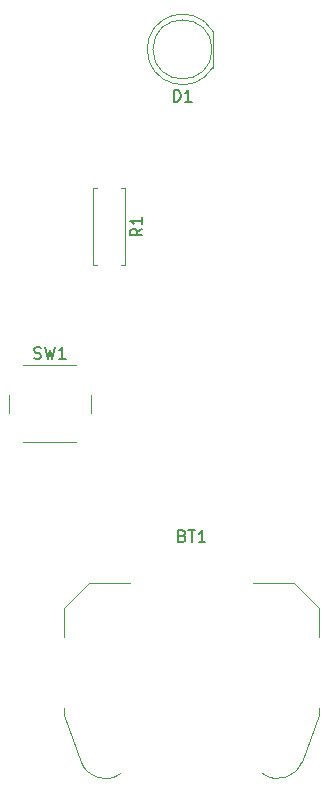
<source format=gbr>
%TF.GenerationSoftware,KiCad,Pcbnew,9.0.2*%
%TF.CreationDate,2025-06-10T19:07:20+03:00*%
%TF.ProjectId,project,70726f6a-6563-4742-9e6b-696361645f70,rev?*%
%TF.SameCoordinates,Original*%
%TF.FileFunction,Legend,Top*%
%TF.FilePolarity,Positive*%
%FSLAX46Y46*%
G04 Gerber Fmt 4.6, Leading zero omitted, Abs format (unit mm)*
G04 Created by KiCad (PCBNEW 9.0.2) date 2025-06-10 19:07:20*
%MOMM*%
%LPD*%
G01*
G04 APERTURE LIST*
%ADD10C,0.150000*%
%ADD11C,0.120000*%
G04 APERTURE END LIST*
D10*
X117991905Y-76914819D02*
X117991905Y-75914819D01*
X117991905Y-75914819D02*
X118230000Y-75914819D01*
X118230000Y-75914819D02*
X118372857Y-75962438D01*
X118372857Y-75962438D02*
X118468095Y-76057676D01*
X118468095Y-76057676D02*
X118515714Y-76152914D01*
X118515714Y-76152914D02*
X118563333Y-76343390D01*
X118563333Y-76343390D02*
X118563333Y-76486247D01*
X118563333Y-76486247D02*
X118515714Y-76676723D01*
X118515714Y-76676723D02*
X118468095Y-76771961D01*
X118468095Y-76771961D02*
X118372857Y-76867200D01*
X118372857Y-76867200D02*
X118230000Y-76914819D01*
X118230000Y-76914819D02*
X117991905Y-76914819D01*
X119515714Y-76914819D02*
X118944286Y-76914819D01*
X119230000Y-76914819D02*
X119230000Y-75914819D01*
X119230000Y-75914819D02*
X119134762Y-76057676D01*
X119134762Y-76057676D02*
X119039524Y-76152914D01*
X119039524Y-76152914D02*
X118944286Y-76200533D01*
X115324819Y-87666666D02*
X114848628Y-87999999D01*
X115324819Y-88238094D02*
X114324819Y-88238094D01*
X114324819Y-88238094D02*
X114324819Y-87857142D01*
X114324819Y-87857142D02*
X114372438Y-87761904D01*
X114372438Y-87761904D02*
X114420057Y-87714285D01*
X114420057Y-87714285D02*
X114515295Y-87666666D01*
X114515295Y-87666666D02*
X114658152Y-87666666D01*
X114658152Y-87666666D02*
X114753390Y-87714285D01*
X114753390Y-87714285D02*
X114801009Y-87761904D01*
X114801009Y-87761904D02*
X114848628Y-87857142D01*
X114848628Y-87857142D02*
X114848628Y-88238094D01*
X115324819Y-86714285D02*
X115324819Y-87285713D01*
X115324819Y-86999999D02*
X114324819Y-86999999D01*
X114324819Y-86999999D02*
X114467676Y-87095237D01*
X114467676Y-87095237D02*
X114562914Y-87190475D01*
X114562914Y-87190475D02*
X114610533Y-87285713D01*
X106166667Y-98657200D02*
X106309524Y-98704819D01*
X106309524Y-98704819D02*
X106547619Y-98704819D01*
X106547619Y-98704819D02*
X106642857Y-98657200D01*
X106642857Y-98657200D02*
X106690476Y-98609580D01*
X106690476Y-98609580D02*
X106738095Y-98514342D01*
X106738095Y-98514342D02*
X106738095Y-98419104D01*
X106738095Y-98419104D02*
X106690476Y-98323866D01*
X106690476Y-98323866D02*
X106642857Y-98276247D01*
X106642857Y-98276247D02*
X106547619Y-98228628D01*
X106547619Y-98228628D02*
X106357143Y-98181009D01*
X106357143Y-98181009D02*
X106261905Y-98133390D01*
X106261905Y-98133390D02*
X106214286Y-98085771D01*
X106214286Y-98085771D02*
X106166667Y-97990533D01*
X106166667Y-97990533D02*
X106166667Y-97895295D01*
X106166667Y-97895295D02*
X106214286Y-97800057D01*
X106214286Y-97800057D02*
X106261905Y-97752438D01*
X106261905Y-97752438D02*
X106357143Y-97704819D01*
X106357143Y-97704819D02*
X106595238Y-97704819D01*
X106595238Y-97704819D02*
X106738095Y-97752438D01*
X107071429Y-97704819D02*
X107309524Y-98704819D01*
X107309524Y-98704819D02*
X107500000Y-97990533D01*
X107500000Y-97990533D02*
X107690476Y-98704819D01*
X107690476Y-98704819D02*
X107928572Y-97704819D01*
X108833333Y-98704819D02*
X108261905Y-98704819D01*
X108547619Y-98704819D02*
X108547619Y-97704819D01*
X108547619Y-97704819D02*
X108452381Y-97847676D01*
X108452381Y-97847676D02*
X108357143Y-97942914D01*
X108357143Y-97942914D02*
X108261905Y-97990533D01*
X118714285Y-113681009D02*
X118857142Y-113728628D01*
X118857142Y-113728628D02*
X118904761Y-113776247D01*
X118904761Y-113776247D02*
X118952380Y-113871485D01*
X118952380Y-113871485D02*
X118952380Y-114014342D01*
X118952380Y-114014342D02*
X118904761Y-114109580D01*
X118904761Y-114109580D02*
X118857142Y-114157200D01*
X118857142Y-114157200D02*
X118761904Y-114204819D01*
X118761904Y-114204819D02*
X118380952Y-114204819D01*
X118380952Y-114204819D02*
X118380952Y-113204819D01*
X118380952Y-113204819D02*
X118714285Y-113204819D01*
X118714285Y-113204819D02*
X118809523Y-113252438D01*
X118809523Y-113252438D02*
X118857142Y-113300057D01*
X118857142Y-113300057D02*
X118904761Y-113395295D01*
X118904761Y-113395295D02*
X118904761Y-113490533D01*
X118904761Y-113490533D02*
X118857142Y-113585771D01*
X118857142Y-113585771D02*
X118809523Y-113633390D01*
X118809523Y-113633390D02*
X118714285Y-113681009D01*
X118714285Y-113681009D02*
X118380952Y-113681009D01*
X119238095Y-113204819D02*
X119809523Y-113204819D01*
X119523809Y-114204819D02*
X119523809Y-113204819D01*
X120666666Y-114204819D02*
X120095238Y-114204819D01*
X120380952Y-114204819D02*
X120380952Y-113204819D01*
X120380952Y-113204819D02*
X120285714Y-113347676D01*
X120285714Y-113347676D02*
X120190476Y-113442914D01*
X120190476Y-113442914D02*
X120095238Y-113490533D01*
D11*
%TO.C,D1*%
X121290000Y-74045000D02*
X121290000Y-70955000D01*
X115740000Y-72500000D02*
G75*
G02*
X121290000Y-70955170I2990000J0D01*
G01*
X121290000Y-74044830D02*
G75*
G02*
X115740000Y-72500000I-2560000J1544830D01*
G01*
X121230000Y-72500000D02*
G75*
G02*
X116230000Y-72500000I-2500000J0D01*
G01*
X116230000Y-72500000D02*
G75*
G02*
X121230000Y-72500000I2500000J0D01*
G01*
%TO.C,R1*%
X111130000Y-84230000D02*
X111130000Y-90770000D01*
X111130000Y-90770000D02*
X111460000Y-90770000D01*
X111460000Y-84230000D02*
X111130000Y-84230000D01*
X113540000Y-84230000D02*
X113870000Y-84230000D01*
X113870000Y-84230000D02*
X113870000Y-90770000D01*
X113870000Y-90770000D02*
X113540000Y-90770000D01*
%TO.C,SW1*%
X104000000Y-101750000D02*
X104000000Y-103250000D01*
X105250000Y-105750000D02*
X109750000Y-105750000D01*
X109750000Y-99250000D02*
X105250000Y-99250000D01*
X111000000Y-103250000D02*
X111000000Y-101750000D01*
%TO.C,BT1*%
X108720000Y-119790000D02*
X108720000Y-122250000D01*
X108720000Y-128250000D02*
X108720000Y-128880000D01*
X108720000Y-128880000D02*
X110160000Y-132830000D01*
X110800000Y-117710000D02*
X108720000Y-119790000D01*
X114300000Y-117710000D02*
X110800000Y-117710000D01*
X128200000Y-117710000D02*
X124700000Y-117710000D01*
X128200000Y-117710000D02*
X130280000Y-119790000D01*
X130280000Y-119790000D02*
X130280000Y-122250000D01*
X130280000Y-128250000D02*
X130280000Y-128880000D01*
X130280000Y-128880000D02*
X128840000Y-132830000D01*
X113496646Y-133816530D02*
G75*
G02*
X110160000Y-132830000I-1306646J1716531D01*
G01*
X128825243Y-132838169D02*
G75*
G02*
X125500000Y-133800000I-2015243J738169D01*
G01*
%TD*%
M02*

</source>
